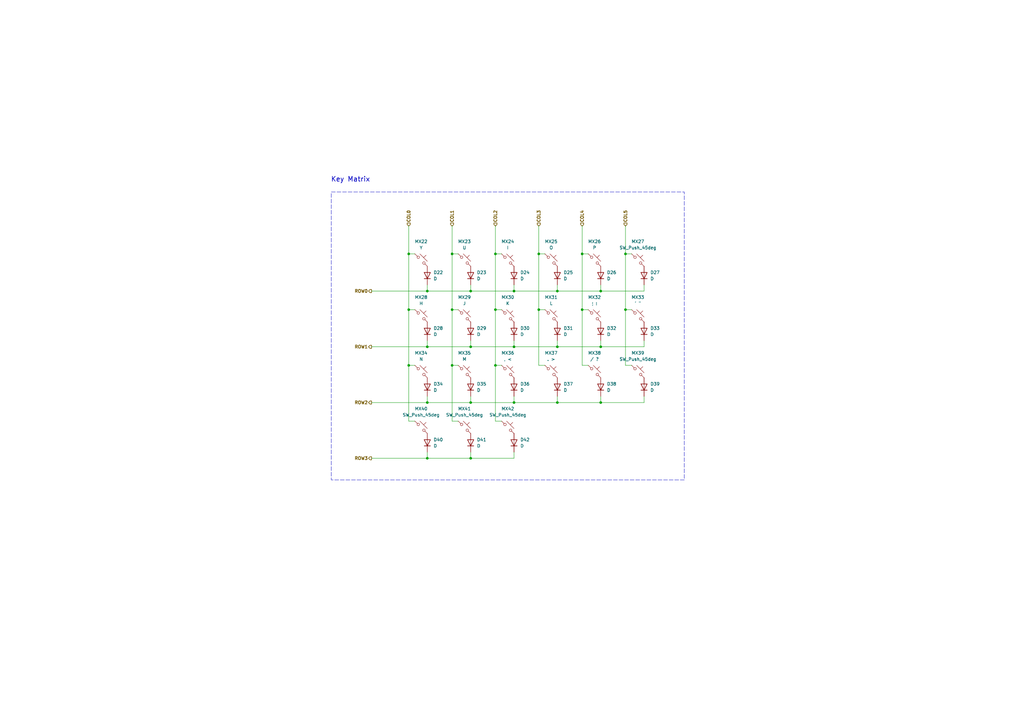
<source format=kicad_sch>
(kicad_sch (version 20250114) (generator "eeschema") (generator_version "9.0")
  (paper "A3")
  (title_block (title "SakurajimaSplit") (date "2025-08-11") (rev "1.0") (company "HayataSama") (comment 1 "https://github.com/HayataSama/SakurajimaSplit"))
  (lib_symbols
    (symbol "Device:D" (pin_numbers (hide yes)) (pin_names (offset 1.016) (hide yes))
      (property "Reference" "D" (at 0 2.54 0))
      (property "Value" "D" (at 0 -2.54 0))
      (symbol "D_0_1"
        (polyline (pts (xy -1.27 1.27) (xy -1.27 -1.27)) (stroke (width 0.254)))
        (polyline (pts (xy 1.27 1.27) (xy 1.27 -1.27) (xy -1.27 0) (xy 1.27 1.27)) (stroke (width 0.254)))
        (polyline (pts (xy 1.27 0) (xy -1.27 0)))
      )
      (symbol "D_1_1"
        (pin passive line (at -3.81 0 0) (length 2.54) (name "K") (number "1"))
        (pin passive line (at 3.81 0 180) (length 2.54) (name "A") (number "2"))
      )
    )
    (symbol "Switch:SW_Push_45deg" (pin_numbers (hide yes)) (pin_names (offset 1.016) (hide yes))
      (property "Reference" "SW" (at 3.048 1.016 0))
      (property "Value" "SW_Push_45deg" (at 0 -3.81 0))
      (symbol "SW_Push_45deg_0_1"
        (polyline (pts (xy -2.54 2.54) (xy -1.524 1.524) (xy -1.524 1.524)))
        (circle (center -1.1684 1.1684) (radius 0.508))
        (polyline (pts (xy -0.508 2.54) (xy 2.54 -0.508)))
        (polyline (pts (xy 1.016 1.016) (xy 2.032 2.032)))
        (circle (center 1.143 -1.1938) (radius 0.508))
        (polyline (pts (xy 1.524 -1.524) (xy 2.54 -2.54) (xy 2.54 -2.54) (xy 2.54 -2.54)))
        (pin passive line (at -2.54 2.54 0) (length 0) (name "1") (number "1"))
        (pin passive line (at 2.54 -2.54 180) (length 0) (name "2") (number "2"))
      )
    )
  )
  (rectangle (start 135.89 78.74) (end 280.67 196.85) (stroke (width 0) (type dash)))
  (text "Key Matrix" (at 143.764 73.66 0) (effects (font (size 2 2) (thickness 0.254) (bold yes))))
  (junction (at 256.54 104.14))
  (junction (at 193.04 119.38))
  (junction (at 175.26 142.24))
  (junction (at 185.42 127))
  (junction (at 210.82 142.24))
  (junction (at 167.64 127))
  (junction (at 185.42 104.14))
  (junction (at 203.2 149.86))
  (junction (at 185.42 149.86))
  (junction (at 203.2 104.14))
  (junction (at 167.64 149.86))
  (junction (at 203.2 127))
  (junction (at 246.38 165.1))
  (junction (at 228.6 142.24))
  (junction (at 210.82 119.38))
  (junction (at 228.6 165.1))
  (junction (at 246.38 142.24))
  (junction (at 175.26 165.1))
  (junction (at 193.04 165.1))
  (junction (at 228.6 119.38))
  (junction (at 175.26 119.38))
  (junction (at 210.82 165.1))
  (junction (at 238.76 127))
  (junction (at 220.98 104.14))
  (junction (at 246.38 119.38))
  (junction (at 256.54 127))
  (junction (at 193.04 187.96))
  (junction (at 193.04 142.24))
  (junction (at 238.76 104.14))
  (junction (at 175.26 187.96))
  (junction (at 220.98 127))
  (junction (at 167.64 104.14))
  (wire (pts (xy 185.42 149.86) (xy 185.42 127)))
  (wire (pts (xy 203.2 149.86) (xy 205.74 149.86)))
  (wire (pts (xy 185.42 149.86) (xy 185.42 172.72)))
  (wire (pts (xy 264.16 142.24) (xy 264.16 139.7)))
  (wire (pts (xy 220.98 149.86) (xy 223.52 149.86)))
  (wire (pts (xy 256.54 149.86) (xy 259.08 149.86)))
  (wire (pts (xy 210.82 165.1) (xy 228.6 165.1)))
  (wire (pts (xy 203.2 127) (xy 205.74 127)))
  (wire (pts (xy 185.42 127) (xy 185.42 104.14)))
  (wire (pts (xy 193.04 142.24) (xy 210.82 142.24)))
  (wire (pts (xy 220.98 149.86) (xy 220.98 127)))
  (wire (pts (xy 228.6 165.1) (xy 246.38 165.1)))
  (wire (pts (xy 152.4 187.96) (xy 175.26 187.96)))
  (wire (pts (xy 203.2 149.86) (xy 203.2 172.72)))
  (wire (pts (xy 210.82 165.1) (xy 210.82 162.56)))
  (wire (pts (xy 152.4 165.1) (xy 175.26 165.1)))
  (wire (pts (xy 167.64 149.86) (xy 167.64 127)))
  (wire (pts (xy 246.38 119.38) (xy 264.16 119.38)))
  (wire (pts (xy 175.26 187.96) (xy 175.26 185.42)))
  (wire (pts (xy 210.82 187.96) (xy 210.82 185.42)))
  (wire (pts (xy 193.04 165.1) (xy 210.82 165.1)))
  (wire (pts (xy 238.76 149.86) (xy 238.76 127)))
  (wire (pts (xy 238.76 149.86) (xy 241.3 149.86)))
  (wire (pts (xy 175.26 165.1) (xy 175.26 162.56)))
  (wire (pts (xy 203.2 104.14) (xy 205.74 104.14)))
  (wire (pts (xy 210.82 142.24) (xy 210.82 139.7)))
  (wire (pts (xy 175.26 142.24) (xy 193.04 142.24)))
  (wire (pts (xy 246.38 142.24) (xy 264.16 142.24)))
  (wire (pts (xy 246.38 165.1) (xy 246.38 162.56)))
  (wire (pts (xy 193.04 187.96) (xy 193.04 185.42)))
  (wire (pts (xy 220.98 104.14) (xy 223.52 104.14)))
  (wire (pts (xy 152.4 119.38) (xy 175.26 119.38)))
  (wire (pts (xy 246.38 119.38) (xy 246.38 116.84)))
  (wire (pts (xy 185.42 92.71) (xy 185.42 104.14)))
  (wire (pts (xy 210.82 142.24) (xy 228.6 142.24)))
  (wire (pts (xy 167.64 149.86) (xy 170.18 149.86)))
  (wire (pts (xy 175.26 165.1) (xy 193.04 165.1)))
  (wire (pts (xy 220.98 127) (xy 223.52 127)))
  (wire (pts (xy 238.76 127) (xy 238.76 104.14)))
  (wire (pts (xy 210.82 119.38) (xy 210.82 116.84)))
  (wire (pts (xy 203.2 127) (xy 203.2 104.14)))
  (wire (pts (xy 246.38 165.1) (xy 264.16 165.1)))
  (wire (pts (xy 256.54 127) (xy 259.08 127)))
  (wire (pts (xy 228.6 119.38) (xy 228.6 116.84)))
  (wire (pts (xy 167.64 172.72) (xy 170.18 172.72)))
  (wire (pts (xy 264.16 119.38) (xy 264.16 116.84)))
  (wire (pts (xy 238.76 92.71) (xy 238.76 104.14)))
  (wire (pts (xy 238.76 104.14) (xy 241.3 104.14)))
  (wire (pts (xy 228.6 142.24) (xy 228.6 139.7)))
  (wire (pts (xy 175.26 187.96) (xy 193.04 187.96)))
  (wire (pts (xy 167.64 104.14) (xy 170.18 104.14)))
  (wire (pts (xy 175.26 142.24) (xy 175.26 139.7)))
  (wire (pts (xy 193.04 165.1) (xy 193.04 162.56)))
  (wire (pts (xy 256.54 92.71) (xy 256.54 104.14)))
  (wire (pts (xy 193.04 142.24) (xy 193.04 139.7)))
  (wire (pts (xy 167.64 149.86) (xy 167.64 172.72)))
  (wire (pts (xy 238.76 127) (xy 241.3 127)))
  (wire (pts (xy 193.04 119.38) (xy 210.82 119.38)))
  (wire (pts (xy 193.04 187.96) (xy 210.82 187.96)))
  (wire (pts (xy 203.2 172.72) (xy 205.74 172.72)))
  (wire (pts (xy 167.64 127) (xy 170.18 127)))
  (wire (pts (xy 175.26 119.38) (xy 193.04 119.38)))
  (wire (pts (xy 185.42 127) (xy 187.96 127)))
  (wire (pts (xy 256.54 104.14) (xy 259.08 104.14)))
  (wire (pts (xy 228.6 142.24) (xy 246.38 142.24)))
  (wire (pts (xy 185.42 149.86) (xy 187.96 149.86)))
  (wire (pts (xy 175.26 119.38) (xy 175.26 116.84)))
  (wire (pts (xy 246.38 142.24) (xy 246.38 139.7)))
  (wire (pts (xy 193.04 119.38) (xy 193.04 116.84)))
  (wire (pts (xy 152.4 142.24) (xy 175.26 142.24)))
  (wire (pts (xy 203.2 149.86) (xy 203.2 127)))
  (wire (pts (xy 167.64 92.71) (xy 167.64 104.14)))
  (wire (pts (xy 228.6 119.38) (xy 246.38 119.38)))
  (wire (pts (xy 220.98 92.71) (xy 220.98 104.14)))
  (wire (pts (xy 185.42 172.72) (xy 187.96 172.72)))
  (wire (pts (xy 264.16 165.1) (xy 264.16 162.56)))
  (wire (pts (xy 210.82 119.38) (xy 228.6 119.38)))
  (wire (pts (xy 167.64 127) (xy 167.64 104.14)))
  (wire (pts (xy 256.54 149.86) (xy 256.54 127)))
  (wire (pts (xy 228.6 165.1) (xy 228.6 162.56)))
  (wire (pts (xy 256.54 127) (xy 256.54 104.14)))
  (wire (pts (xy 185.42 104.14) (xy 187.96 104.14)))
  (wire (pts (xy 203.2 92.71) (xy 203.2 104.14)))
  (wire (pts (xy 220.98 127) (xy 220.98 104.14)))
  (hierarchical_label "ROW0" (shape output) (at 152.4 119.38 180) (effects (font (thickness 0.254) (bold yes))))
  (hierarchical_label "COL0" (shape input) (at 167.64 92.71 90) (effects (font (thickness 0.254) (bold yes))))
  (hierarchical_label "COL3" (shape input) (at 220.98 92.71 90) (effects (font (thickness 0.254) (bold yes))))
  (hierarchical_label "ROW1" (shape output) (at 152.4 142.24 180) (effects (font (thickness 0.254) (bold yes))))
  (hierarchical_label "COL5" (shape input) (at 256.54 92.71 90) (effects (font (thickness 0.254) (bold yes))))
  (hierarchical_label "ROW2" (shape output) (at 152.4 165.1 180) (effects (font (thickness 0.254) (bold yes))))
  (hierarchical_label "COL2" (shape input) (at 203.2 92.71 90) (effects (font (thickness 0.254) (bold yes))))
  (hierarchical_label "ROW3" (shape output) (at 152.4 187.96 180) (effects (font (thickness 0.254) (bold yes))))
  (hierarchical_label "COL1" (shape input) (at 185.42 92.71 90) (effects (font (thickness 0.254) (bold yes))))
  (hierarchical_label "COL4" (shape input) (at 238.76 92.71 90) (effects (font (thickness 0.254) (bold yes))))
  (symbol (lib_id "Device:D") (at 175.26 113.03 90) (unit 1)
    (property "Reference" "D22" (at 177.8 111.7599 90) (effects (justify right)))
    (property "Value" "D" (at 177.8 114.2999 90) (effects (justify right)))
    (property "Footprint" "Diode_SMD:D_SOD-123" (effects (hide yes)))
    (property "Description" "Diode" (effects (hide yes)))
    (property "Sim.Device" "D" (effects (hide yes)))
    (property "Sim.Pins" "1=K 2=A" (effects (hide yes)))
    (property "Distributor Link" "https://lionelectronic.ir/products/2289-1N4148W" (effects (hide yes)))
    (property "Manufacturer" "Jingdao Microelectronics" (effects (hide yes)))
    (property "Manufacturer Part No." "1N4148W" (effects (hide yes)))
  )
  (symbol (lib_id "Device:D") (at 193.04 135.89 90) (unit 1)
    (property "Reference" "D29" (at 195.58 134.6199 90) (effects (justify right)))
    (property "Value" "D" (at 195.58 137.1599 90) (effects (justify right)))
    (property "Footprint" "Diode_SMD:D_SOD-123" (effects (hide yes)))
    (property "Description" "Diode" (effects (hide yes)))
    (property "Sim.Device" "D" (effects (hide yes)))
    (property "Sim.Pins" "1=K 2=A" (effects (hide yes)))
    (property "Distributor Link" "https://lionelectronic.ir/products/2289-1N4148W" (effects (hide yes)))
    (property "Manufacturer" "Jingdao Microelectronics" (effects (hide yes)))
    (property "Manufacturer Part No." "1N4148W" (effects (hide yes)))
  )
  (symbol (lib_id "Device:D") (at 193.04 158.75 90) (unit 1)
    (property "Reference" "D35" (at 195.58 157.4799 90) (effects (justify right)))
    (property "Value" "D" (at 195.58 160.0199 90) (effects (justify right)))
    (property "Footprint" "Diode_SMD:D_SOD-123" (effects (hide yes)))
    (property "Description" "Diode" (effects (hide yes)))
    (property "Sim.Device" "D" (effects (hide yes)))
    (property "Sim.Pins" "1=K 2=A" (effects (hide yes)))
    (property "Distributor Link" "https://lionelectronic.ir/products/2289-1N4148W" (effects (hide yes)))
    (property "Manufacturer" "Jingdao Microelectronics" (effects (hide yes)))
    (property "Manufacturer Part No." "1N4148W" (effects (hide yes)))
  )
  (symbol (lib_id "Device:D") (at 246.38 113.03 90) (unit 1)
    (property "Reference" "D26" (at 248.92 111.7599 90) (effects (justify right)))
    (property "Value" "D" (at 248.92 114.2999 90) (effects (justify right)))
    (property "Footprint" "Diode_SMD:D_SOD-123" (effects (hide yes)))
    (property "Description" "Diode" (effects (hide yes)))
    (property "Sim.Device" "D" (effects (hide yes)))
    (property "Sim.Pins" "1=K 2=A" (effects (hide yes)))
    (property "Distributor Link" "https://lionelectronic.ir/products/2289-1N4148W" (effects (hide yes)))
    (property "Manufacturer" "Jingdao Microelectronics" (effects (hide yes)))
    (property "Manufacturer Part No." "1N4148W" (effects (hide yes)))
  )
  (symbol (lib_id "Switch:SW_Push_45deg") (at 226.06 152.4 0) (unit 1) (in_bom no)
    (property "Reference" "MX37" (at 226.06 144.78 0))
    (property "Value" ". >" (at 226.06 147.32 0))
    (property "Footprint" "PCM_marbastlib-mx:SW_MX_1u" (effects (hide yes)))
    (property "Description" "Push button switch, normally open, two pins, 45° tilted" (effects (hide yes)))
  )
  (symbol (lib_id "Device:D") (at 264.16 158.75 90) (unit 1)
    (property "Reference" "D39" (at 266.7 157.4799 90) (effects (justify right)))
    (property "Value" "D" (at 266.7 160.0199 90) (effects (justify right)))
    (property "Footprint" "Diode_SMD:D_SOD-123" (effects (hide yes)))
    (property "Description" "Diode" (effects (hide yes)))
    (property "Sim.Device" "D" (effects (hide yes)))
    (property "Sim.Pins" "1=K 2=A" (effects (hide yes)))
    (property "Distributor Link" "https://lionelectronic.ir/products/2289-1N4148W" (effects (hide yes)))
    (property "Manufacturer" "Jingdao Microelectronics" (effects (hide yes)))
    (property "Manufacturer Part No." "1N4148W" (effects (hide yes)))
  )
  (symbol (lib_id "Switch:SW_Push_45deg") (at 172.72 129.54 0) (unit 1) (in_bom no)
    (property "Reference" "MX28" (at 172.72 121.92 0))
    (property "Value" "H" (at 172.72 124.46 0))
    (property "Footprint" "PCM_marbastlib-mx:SW_MX_1u" (effects (hide yes)))
    (property "Description" "Push button switch, normally open, two pins, 45° tilted" (effects (hide yes)))
  )
  (symbol (lib_id "Switch:SW_Push_45deg") (at 208.28 106.68 0) (unit 1) (in_bom no)
    (property "Reference" "MX24" (at 208.28 99.06 0))
    (property "Value" "I" (at 208.28 101.6 0))
    (property "Footprint" "PCM_marbastlib-mx:SW_MX_1u" (effects (hide yes)))
    (property "Description" "Push button switch, normally open, two pins, 45° tilted" (effects (hide yes)))
  )
  (symbol (lib_id "Switch:SW_Push_45deg") (at 172.72 106.68 0) (unit 1) (in_bom no)
    (property "Reference" "MX22" (at 172.72 99.06 0))
    (property "Value" "Y" (at 172.72 101.6 0))
    (property "Footprint" "PCM_marbastlib-mx:SW_MX_1u" (effects (hide yes)))
    (property "Description" "Push button switch, normally open, two pins, 45° tilted" (effects (hide yes)))
  )
  (symbol (lib_id "Device:D") (at 210.82 113.03 90) (unit 1)
    (property "Reference" "D24" (at 213.36 111.7599 90) (effects (justify right)))
    (property "Value" "D" (at 213.36 114.2999 90) (effects (justify right)))
    (property "Footprint" "Diode_SMD:D_SOD-123" (effects (hide yes)))
    (property "Description" "Diode" (effects (hide yes)))
    (property "Sim.Device" "D" (effects (hide yes)))
    (property "Sim.Pins" "1=K 2=A" (effects (hide yes)))
    (property "Distributor Link" "https://lionelectronic.ir/products/2289-1N4148W" (effects (hide yes)))
    (property "Manufacturer" "Jingdao Microelectronics" (effects (hide yes)))
    (property "Manufacturer Part No." "1N4148W" (effects (hide yes)))
  )
  (symbol (lib_id "Switch:SW_Push_45deg") (at 243.84 106.68 0) (unit 1) (in_bom no)
    (property "Reference" "MX26" (at 243.84 99.06 0))
    (property "Value" "P" (at 243.84 101.6 0))
    (property "Footprint" "PCM_marbastlib-mx:SW_MX_1u" (effects (hide yes)))
    (property "Description" "Push button switch, normally open, two pins, 45° tilted" (effects (hide yes)))
  )
  (symbol (lib_id "Switch:SW_Push_45deg") (at 226.06 106.68 0) (unit 1) (in_bom no)
    (property "Reference" "MX25" (at 226.06 99.06 0))
    (property "Value" "O" (at 226.06 101.6 0))
    (property "Footprint" "PCM_marbastlib-mx:SW_MX_1u" (effects (hide yes)))
    (property "Description" "Push button switch, normally open, two pins, 45° tilted" (effects (hide yes)))
  )
  (symbol (lib_id "Switch:SW_Push_45deg") (at 190.5 152.4 0) (unit 1) (in_bom no)
    (property "Reference" "MX35" (at 190.5 144.78 0))
    (property "Value" "M" (at 190.5 147.32 0))
    (property "Footprint" "PCM_marbastlib-mx:SW_MX_1u" (effects (hide yes)))
    (property "Description" "Push button switch, normally open, two pins, 45° tilted" (effects (hide yes)))
  )
  (symbol (lib_id "Switch:SW_Push_45deg") (at 208.28 175.26 0) (unit 1) (in_bom no)
    (property "Reference" "MX42" (at 208.28 167.64 0))
    (property "Value" "SW_Push_45deg" (at 208.28 170.18 0))
    (property "Footprint" "PCM_marbastlib-mx:SW_MX_1u" (effects (hide yes)))
    (property "Description" "Push button switch, normally open, two pins, 45° tilted" (effects (hide yes)))
  )
  (symbol (lib_id "Switch:SW_Push_45deg") (at 190.5 129.54 0) (unit 1) (in_bom no)
    (property "Reference" "MX29" (at 190.5 121.92 0))
    (property "Value" "J" (at 190.5 124.46 0))
    (property "Footprint" "PCM_marbastlib-mx:SW_MX_1u" (effects (hide yes)))
    (property "Description" "Push button switch, normally open, two pins, 45° tilted" (effects (hide yes)))
  )
  (symbol (lib_id "Switch:SW_Push_45deg") (at 190.5 175.26 0) (unit 1) (in_bom no)
    (property "Reference" "MX41" (at 190.5 167.64 0))
    (property "Value" "SW_Push_45deg" (at 190.5 170.18 0))
    (property "Footprint" "PCM_marbastlib-mx:SW_MX_1u" (effects (hide yes)))
    (property "Description" "Push button switch, normally open, two pins, 45° tilted" (effects (hide yes)))
  )
  (symbol (lib_id "Switch:SW_Push_45deg") (at 261.62 129.54 0) (unit 1) (in_bom no)
    (property "Reference" "MX33" (at 261.62 121.92 0))
    (property "Value" "' \"" (at 261.62 124.46 0))
    (property "Footprint" "PCM_marbastlib-mx:SW_MX_1u" (effects (hide yes)))
    (property "Description" "Push button switch, normally open, two pins, 45° tilted" (effects (hide yes)))
  )
  (symbol (lib_id "Device:D") (at 264.16 135.89 90) (unit 1)
    (property "Reference" "D33" (at 266.7 134.6199 90) (effects (justify right)))
    (property "Value" "D" (at 266.7 137.1599 90) (effects (justify right)))
    (property "Footprint" "Diode_SMD:D_SOD-123" (effects (hide yes)))
    (property "Description" "Diode" (effects (hide yes)))
    (property "Sim.Device" "D" (effects (hide yes)))
    (property "Sim.Pins" "1=K 2=A" (effects (hide yes)))
    (property "Distributor Link" "https://lionelectronic.ir/products/2289-1N4148W" (effects (hide yes)))
    (property "Manufacturer" "Jingdao Microelectronics" (effects (hide yes)))
    (property "Manufacturer Part No." "1N4148W" (effects (hide yes)))
  )
  (symbol (lib_id "Switch:SW_Push_45deg") (at 243.84 129.54 0) (unit 1) (in_bom no)
    (property "Reference" "MX32" (at 243.84 121.92 0))
    (property "Value" "; :" (at 243.84 124.46 0))
    (property "Footprint" "PCM_marbastlib-mx:SW_MX_1u" (effects (hide yes)))
    (property "Description" "Push button switch, normally open, two pins, 45° tilted" (effects (hide yes)))
  )
  (symbol (lib_id "Device:D") (at 175.26 181.61 90) (unit 1)
    (property "Reference" "D40" (at 177.8 180.3399 90) (effects (justify right)))
    (property "Value" "D" (at 177.8 182.8799 90) (effects (justify right)))
    (property "Footprint" "Diode_SMD:D_SOD-123" (effects (hide yes)))
    (property "Description" "Diode" (effects (hide yes)))
    (property "Sim.Device" "D" (effects (hide yes)))
    (property "Sim.Pins" "1=K 2=A" (effects (hide yes)))
    (property "Distributor Link" "https://lionelectronic.ir/products/2289-1N4148W" (effects (hide yes)))
    (property "Manufacturer" "Jingdao Microelectronics" (effects (hide yes)))
    (property "Manufacturer Part No." "1N4148W" (effects (hide yes)))
  )
  (symbol (lib_id "Device:D") (at 193.04 113.03 90) (unit 1)
    (property "Reference" "D23" (at 195.58 111.7599 90) (effects (justify right)))
    (property "Value" "D" (at 195.58 114.2999 90) (effects (justify right)))
    (property "Footprint" "Diode_SMD:D_SOD-123" (effects (hide yes)))
    (property "Description" "Diode" (effects (hide yes)))
    (property "Sim.Device" "D" (effects (hide yes)))
    (property "Sim.Pins" "1=K 2=A" (effects (hide yes)))
    (property "Distributor Link" "https://lionelectronic.ir/products/2289-1N4148W" (effects (hide yes)))
    (property "Manufacturer" "Jingdao Microelectronics" (effects (hide yes)))
    (property "Manufacturer Part No." "1N4148W" (effects (hide yes)))
  )
  (symbol (lib_id "Switch:SW_Push_45deg") (at 208.28 129.54 0) (unit 1) (in_bom no)
    (property "Reference" "MX30" (at 208.28 121.92 0))
    (property "Value" "K" (at 208.28 124.46 0))
    (property "Footprint" "PCM_marbastlib-mx:SW_MX_1u" (effects (hide yes)))
    (property "Description" "Push button switch, normally open, two pins, 45° tilted" (effects (hide yes)))
  )
  (symbol (lib_id "Switch:SW_Push_45deg") (at 190.5 106.68 0) (unit 1) (in_bom no)
    (property "Reference" "MX23" (at 190.5 99.06 0))
    (property "Value" "U" (at 190.5 101.6 0))
    (property "Footprint" "PCM_marbastlib-mx:SW_MX_1u" (effects (hide yes)))
    (property "Description" "Push button switch, normally open, two pins, 45° tilted" (effects (hide yes)))
  )
  (symbol (lib_id "Device:D") (at 246.38 135.89 90) (unit 1)
    (property "Reference" "D32" (at 248.92 134.6199 90) (effects (justify right)))
    (property "Value" "D" (at 248.92 137.1599 90) (effects (justify right)))
    (property "Footprint" "Diode_SMD:D_SOD-123" (effects (hide yes)))
    (property "Description" "Diode" (effects (hide yes)))
    (property "Sim.Device" "D" (effects (hide yes)))
    (property "Sim.Pins" "1=K 2=A" (effects (hide yes)))
    (property "Distributor Link" "https://lionelectronic.ir/products/2289-1N4148W" (effects (hide yes)))
    (property "Manufacturer" "Jingdao Microelectronics" (effects (hide yes)))
    (property "Manufacturer Part No." "1N4148W" (effects (hide yes)))
  )
  (symbol (lib_id "Device:D") (at 210.82 181.61 90) (unit 1)
    (property "Reference" "D42" (at 213.36 180.3399 90) (effects (justify right)))
    (property "Value" "D" (at 213.36 182.8799 90) (effects (justify right)))
    (property "Footprint" "Diode_SMD:D_SOD-123" (effects (hide yes)))
    (property "Description" "Diode" (effects (hide yes)))
    (property "Sim.Device" "D" (effects (hide yes)))
    (property "Sim.Pins" "1=K 2=A" (effects (hide yes)))
    (property "Distributor Link" "https://lionelectronic.ir/products/2289-1N4148W" (effects (hide yes)))
    (property "Manufacturer" "Jingdao Microelectronics" (effects (hide yes)))
    (property "Manufacturer Part No." "1N4148W" (effects (hide yes)))
  )
  (symbol (lib_id "Device:D") (at 175.26 135.89 90) (unit 1)
    (property "Reference" "D28" (at 177.8 134.6199 90) (effects (justify right)))
    (property "Value" "D" (at 177.8 137.1599 90) (effects (justify right)))
    (property "Footprint" "Diode_SMD:D_SOD-123" (effects (hide yes)))
    (property "Description" "Diode" (effects (hide yes)))
    (property "Sim.Device" "D" (effects (hide yes)))
    (property "Sim.Pins" "1=K 2=A" (effects (hide yes)))
    (property "Distributor Link" "https://lionelectronic.ir/products/2289-1N4148W" (effects (hide yes)))
    (property "Manufacturer" "Jingdao Microelectronics" (effects (hide yes)))
    (property "Manufacturer Part No." "1N4148W" (effects (hide yes)))
  )
  (symbol (lib_id "Device:D") (at 228.6 158.75 90) (unit 1)
    (property "Reference" "D37" (at 231.14 157.4799 90) (effects (justify right)))
    (property "Value" "D" (at 231.14 160.0199 90) (effects (justify right)))
    (property "Footprint" "Diode_SMD:D_SOD-123" (effects (hide yes)))
    (property "Description" "Diode" (effects (hide yes)))
    (property "Sim.Device" "D" (effects (hide yes)))
    (property "Sim.Pins" "1=K 2=A" (effects (hide yes)))
    (property "Distributor Link" "https://lionelectronic.ir/products/2289-1N4148W" (effects (hide yes)))
    (property "Manufacturer" "Jingdao Microelectronics" (effects (hide yes)))
    (property "Manufacturer Part No." "1N4148W" (effects (hide yes)))
  )
  (symbol (lib_id "Device:D") (at 228.6 135.89 90) (unit 1)
    (property "Reference" "D31" (at 231.14 134.6199 90) (effects (justify right)))
    (property "Value" "D" (at 231.14 137.1599 90) (effects (justify right)))
    (property "Footprint" "Diode_SMD:D_SOD-123" (effects (hide yes)))
    (property "Description" "Diode" (effects (hide yes)))
    (property "Sim.Device" "D" (effects (hide yes)))
    (property "Sim.Pins" "1=K 2=A" (effects (hide yes)))
    (property "Distributor Link" "https://lionelectronic.ir/products/2289-1N4148W" (effects (hide yes)))
    (property "Manufacturer" "Jingdao Microelectronics" (effects (hide yes)))
    (property "Manufacturer Part No." "1N4148W" (effects (hide yes)))
  )
  (symbol (lib_id "Switch:SW_Push_45deg") (at 226.06 129.54 0) (unit 1) (in_bom no)
    (property "Reference" "MX31" (at 226.06 121.92 0))
    (property "Value" "L" (at 226.06 124.46 0))
    (property "Footprint" "PCM_marbastlib-mx:SW_MX_1u" (effects (hide yes)))
    (property "Description" "Push button switch, normally open, two pins, 45° tilted" (effects (hide yes)))
  )
  (symbol (lib_id "Device:D") (at 264.16 113.03 90) (unit 1)
    (property "Reference" "D27" (at 266.7 111.7599 90) (effects (justify right)))
    (property "Value" "D" (at 266.7 114.2999 90) (effects (justify right)))
    (property "Footprint" "Diode_SMD:D_SOD-123" (effects (hide yes)))
    (property "Description" "Diode" (effects (hide yes)))
    (property "Sim.Device" "D" (effects (hide yes)))
    (property "Sim.Pins" "1=K 2=A" (effects (hide yes)))
    (property "Distributor Link" "https://lionelectronic.ir/products/2289-1N4148W" (effects (hide yes)))
    (property "Manufacturer" "Jingdao Microelectronics" (effects (hide yes)))
    (property "Manufacturer Part No." "1N4148W" (effects (hide yes)))
  )
  (symbol (lib_id "Device:D") (at 228.6 113.03 90) (unit 1)
    (property "Reference" "D25" (at 231.14 111.7599 90) (effects (justify right)))
    (property "Value" "D" (at 231.14 114.2999 90) (effects (justify right)))
    (property "Footprint" "Diode_SMD:D_SOD-123" (effects (hide yes)))
    (property "Description" "Diode" (effects (hide yes)))
    (property "Sim.Device" "D" (effects (hide yes)))
    (property "Sim.Pins" "1=K 2=A" (effects (hide yes)))
    (property "Distributor Link" "https://lionelectronic.ir/products/2289-1N4148W" (effects (hide yes)))
    (property "Manufacturer" "Jingdao Microelectronics" (effects (hide yes)))
    (property "Manufacturer Part No." "1N4148W" (effects (hide yes)))
  )
  (symbol (lib_id "Device:D") (at 175.26 158.75 90) (unit 1)
    (property "Reference" "D34" (at 177.8 157.4799 90) (effects (justify right)))
    (property "Value" "D" (at 177.8 160.0199 90) (effects (justify right)))
    (property "Footprint" "Diode_SMD:D_SOD-123" (effects (hide yes)))
    (property "Description" "Diode" (effects (hide yes)))
    (property "Sim.Device" "D" (effects (hide yes)))
    (property "Sim.Pins" "1=K 2=A" (effects (hide yes)))
    (property "Distributor Link" "https://lionelectronic.ir/products/2289-1N4148W" (effects (hide yes)))
    (property "Manufacturer" "Jingdao Microelectronics" (effects (hide yes)))
    (property "Manufacturer Part No." "1N4148W" (effects (hide yes)))
  )
  (symbol (lib_id "Device:D") (at 210.82 135.89 90) (unit 1)
    (property "Reference" "D30" (at 213.36 134.6199 90) (effects (justify right)))
    (property "Value" "D" (at 213.36 137.1599 90) (effects (justify right)))
    (property "Footprint" "Diode_SMD:D_SOD-123" (effects (hide yes)))
    (property "Description" "Diode" (effects (hide yes)))
    (property "Sim.Device" "D" (effects (hide yes)))
    (property "Sim.Pins" "1=K 2=A" (effects (hide yes)))
    (property "Distributor Link" "https://lionelectronic.ir/products/2289-1N4148W" (effects (hide yes)))
    (property "Manufacturer" "Jingdao Microelectronics" (effects (hide yes)))
    (property "Manufacturer Part No." "1N4148W" (effects (hide yes)))
  )
  (symbol (lib_id "Switch:SW_Push_45deg") (at 172.72 152.4 0) (unit 1) (in_bom no)
    (property "Reference" "MX34" (at 172.72 144.78 0))
    (property "Value" "N" (at 172.72 147.32 0))
    (property "Footprint" "PCM_marbastlib-mx:SW_MX_1u" (effects (hide yes)))
    (property "Description" "Push button switch, normally open, two pins, 45° tilted" (effects (hide yes)))
  )
  (symbol (lib_id "Switch:SW_Push_45deg") (at 172.72 175.26 0) (unit 1) (in_bom no)
    (property "Reference" "MX40" (at 172.72 167.64 0))
    (property "Value" "SW_Push_45deg" (at 172.72 170.18 0))
    (property "Footprint" "PCM_marbastlib-mx:SW_MX_1.5u" (effects (hide yes)))
    (property "Description" "Push button switch, normally open, two pins, 45° tilted" (effects (hide yes)))
  )
  (symbol (lib_id "Switch:SW_Push_45deg") (at 243.84 152.4 0) (unit 1) (in_bom no)
    (property "Reference" "MX38" (at 243.84 144.78 0))
    (property "Value" "/ ?" (at 243.84 147.32 0))
    (property "Footprint" "PCM_marbastlib-mx:SW_MX_1u" (effects (hide yes)))
    (property "Description" "Push button switch, normally open, two pins, 45° tilted" (effects (hide yes)))
  )
  (symbol (lib_id "Switch:SW_Push_45deg") (at 261.62 106.68 0) (unit 1) (in_bom no)
    (property "Reference" "MX27" (at 261.62 99.06 0))
    (property "Value" "SW_Push_45deg" (at 261.62 101.6 0))
    (property "Footprint" "PCM_marbastlib-mx:SW_MX_1u" (effects (hide yes)))
    (property "Description" "Push button switch, normally open, two pins, 45° tilted" (effects (hide yes)))
  )
  (symbol (lib_id "Device:D") (at 210.82 158.75 90) (unit 1)
    (property "Reference" "D36" (at 213.36 157.4799 90) (effects (justify right)))
    (property "Value" "D" (at 213.36 160.0199 90) (effects (justify right)))
    (property "Footprint" "Diode_SMD:D_SOD-123" (effects (hide yes)))
    (property "Description" "Diode" (effects (hide yes)))
    (property "Sim.Device" "D" (effects (hide yes)))
    (property "Sim.Pins" "1=K 2=A" (effects (hide yes)))
    (property "Distributor Link" "https://lionelectronic.ir/products/2289-1N4148W" (effects (hide yes)))
    (property "Manufacturer" "Jingdao Microelectronics" (effects (hide yes)))
    (property "Manufacturer Part No." "1N4148W" (effects (hide yes)))
  )
  (symbol (lib_id "Device:D") (at 193.04 181.61 90) (unit 1)
    (property "Reference" "D41" (at 195.58 180.3399 90) (effects (justify right)))
    (property "Value" "D" (at 195.58 182.8799 90) (effects (justify right)))
    (property "Footprint" "Diode_SMD:D_SOD-123" (effects (hide yes)))
    (property "Description" "Diode" (effects (hide yes)))
    (property "Sim.Device" "D" (effects (hide yes)))
    (property "Sim.Pins" "1=K 2=A" (effects (hide yes)))
    (property "Distributor Link" "https://lionelectronic.ir/products/2289-1N4148W" (effects (hide yes)))
    (property "Manufacturer" "Jingdao Microelectronics" (effects (hide yes)))
    (property "Manufacturer Part No." "1N4148W" (effects (hide yes)))
  )
  (symbol (lib_id "Switch:SW_Push_45deg") (at 208.28 152.4 0) (unit 1) (in_bom no)
    (property "Reference" "MX36" (at 208.28 144.78 0))
    (property "Value" ", <" (at 208.28 147.32 0))
    (property "Footprint" "PCM_marbastlib-mx:SW_MX_1u" (effects (hide yes)))
    (property "Description" "Push button switch, normally open, two pins, 45° tilted" (effects (hide yes)))
  )
  (symbol (lib_id "Device:D") (at 246.38 158.75 90) (unit 1)
    (property "Reference" "D38" (at 248.92 157.4799 90) (effects (justify right)))
    (property "Value" "D" (at 248.92 160.0199 90) (effects (justify right)))
    (property "Footprint" "Diode_SMD:D_SOD-123" (effects (hide yes)))
    (property "Description" "Diode" (effects (hide yes)))
    (property "Sim.Device" "D" (effects (hide yes)))
    (property "Sim.Pins" "1=K 2=A" (effects (hide yes)))
    (property "Distributor Link" "https://lionelectronic.ir/products/2289-1N4148W" (effects (hide yes)))
    (property "Manufacturer" "Jingdao Microelectronics" (effects (hide yes)))
    (property "Manufacturer Part No." "1N4148W" (effects (hide yes)))
  )
  (symbol (lib_id "Switch:SW_Push_45deg") (at 261.62 152.4 0) (unit 1) (in_bom no)
    (property "Reference" "MX39" (at 261.62 144.78 0))
    (property "Value" "SW_Push_45deg" (at 261.62 147.32 0))
    (property "Footprint" "PCM_marbastlib-mx:SW_MX_1u" (effects (hide yes)))
    (property "Description" "Push button switch, normally open, two pins, 45° tilted" (effects (hide yes)))
  )
)
</source>
